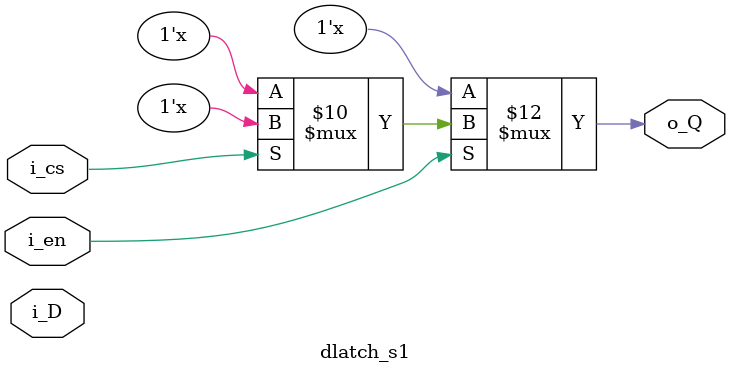
<source format=v>
module dlatch_srt1(o_Q, i_D, i_en);
  output o_Q;
  input i_D, i_en;
  
  wire w[1:0];
  wire d_, Q_;
  
  not  no0(d_,   i_D);
  nand na0(w[0], i_D,  i_en);
  nand na1(w[1], d_,   i_en);
  nand na2(o_Q,  w[0], Q_);
  nand na3(Q_, w[1], o_Q);  
endmodule

//RTL d-latch from 4 NANDs
module dlatch_rtl1(o_Q, i_D, i_en);// dlatch RTL 1
  output o_Q;
  input i_D, i_en;
  
  wire w0, w1, Q_;
  
  assign w0 = ~(i_D & i_en);
  assign w1 = ~(~i_D & i_en);
  assign o_Q  = ~(w0 & Q_);
  assign Q_ = ~(w1 & o_Q);
endmodule

module dlatch_s1(o_Q, i_D, i_en, i_cs); 
//special d-latch used for creating SRAM4x2
//Q, Qnot, D, enable, low level active chip select
		output o_Q;
		input i_D, i_en, i_cs;
		reg Q, o_Q;
		
		always@(i_cs or i_D or i_en)
		begin		
			if(i_en) 	
				if(i_cs) begin
				  o_Q <= 1'bz;	
					Q <= i_D;				
					end
				else
				  o_Q <= Q;
			else begin			
				o_Q <= 1'bz;
				end							
		end
endmodule

</source>
